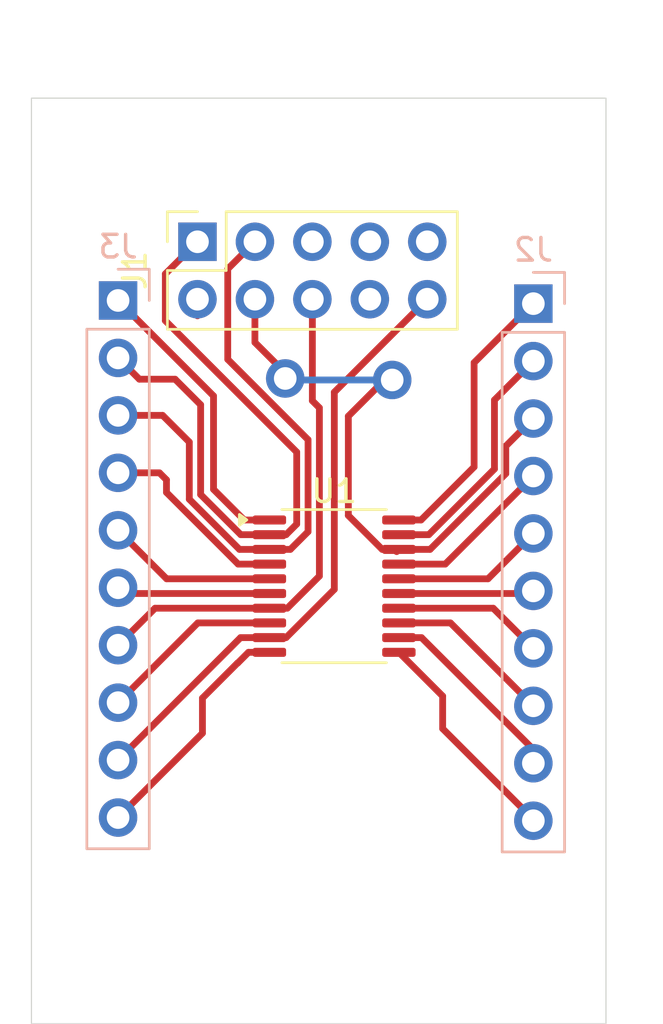
<source format=kicad_pcb>
(kicad_pcb (version 20241229) (generator "pcbnew") (generator_version "9.0")
  (layers (0 "F.Cu" signal) (2 "B.Cu" signal) (13 "F.Paste" user) (15 "B.Paste" user) (5 "F.SilkS" user "F.Silkscreen") (7 "B.SilkS" user "B.Silkscreen") (1 "F.Mask" user) (3 "B.Mask" user) (25 "Edge.Cuts" user))
  (net 0 "")
  (net 2 "/SWCLK_linker")
  (net 3 "/3V3_linker")
  (net 5 "/SWDIO_linker")
  (net 7 "/5V_linker")
  (net 8 "GND")
  (net 9 "/PC1")
  (net 10 "/PC2")
  (net 11 "/PD3")
  (net 12 "/PC6")
  (net 13 "/PC3")
  (net 14 "/PC4")
  (net 15 "/PD2")
  (net 16 "/PC5")
  (net 17 "/PC7")
  (net 18 "/PD6")
  (net 19 "/PD7")
  (net 20 "/PA2")
  (net 21 "/PD4")
  (net 22 "/PA1")
  (net 23 "/PD5")
  (net 24 "/PD0")
  (net 25 "/PC0")
  (footprint "Connector_PinSocket_2.54mm:PinSocket_2x05_P2.54mm_Vertical" (layer "F.Cu") (at 39.82 36.42 90)
    (property "Reference" "J1" (at -1.27 -2.77 90) (layer "F.SilkS"))
    (property "Value" "Conn_02x05_Counter_Clockwise")
    (fp_line (start 1.33 -1.33) (end 1.33 0) (stroke (width 0.12)) (layer "F.SilkS"))
    (fp_line (start 0 -1.33) (end 1.33 -1.33) (stroke (width 0.12)) (layer "F.SilkS"))
    (fp_line (start -1.27 -1.33) (end -1.27 1.27) (stroke (width 0.12)) (layer "F.SilkS"))
    (fp_line (start -3.87 -1.33) (end -1.27 -1.33) (stroke (width 0.12)) (layer "F.SilkS"))
    (fp_line (start -3.87 -1.33) (end -3.87 11.49) (stroke (width 0.12)) (layer "F.SilkS"))
    (fp_line (start 1.33 1.27) (end 1.33 11.49) (stroke (width 0.12)) (layer "F.SilkS"))
    (fp_line (start -1.27 1.27) (end 1.33 1.27) (stroke (width 0.12)) (layer "F.SilkS"))
    (fp_line (start -3.87 11.49) (end 1.33 11.49) (stroke (width 0.12)) (layer "F.SilkS"))
    (pad "1" thru_hole rect (at 0 0 90) (size 1.7 1.7) (drill 1) (layers "*.Cu" "*.Mask") (net 23 "/PD5"))
    (pad "2" thru_hole circle (at -2.54 0 90) (size 1.7 1.7) (drill 1) (layers "*.Cu" "*.Mask") (net 2 "/SWCLK_linker"))
    (pad "3" thru_hole circle (at 0 2.54 90) (size 1.7 1.7) (drill 1) (layers "*.Cu" "*.Mask") (net 18 "/PD6"))
    (pad "4" thru_hole circle (at -2.54 2.54 90) (size 1.7 1.7) (drill 1) (layers "*.Cu" "*.Mask") (net 5 "/SWDIO_linker"))
    (pad "5" thru_hole circle (at 0 5.08 90) (size 1.7 1.7) (drill 1) (layers "*.Cu" "*.Mask"))
    (pad "6" thru_hole circle (at -2.54 5.08 90) (size 1.7 1.7) (drill 1) (layers "*.Cu" "*.Mask") (net 8 "GND"))
    (pad "7" thru_hole circle (at 0 7.62 90) (size 1.7 1.7) (drill 1) (layers "*.Cu" "*.Mask"))
    (pad "8" thru_hole circle (at -2.54 7.62 90) (size 1.7 1.7) (drill 1) (layers "*.Cu" "*.Mask") (net 3 "/3V3_linker"))
    (pad "9" thru_hole circle (at 0 10.16 90) (size 1.7 1.7) (drill 1) (layers "*.Cu" "*.Mask"))
    (pad "10" thru_hole circle (at -2.54 10.16 90) (size 1.7 1.7) (drill 1) (layers "*.Cu" "*.Mask") (net 7 "/5V_linker"))
  )
  (footprint "Package_SO:TSSOP-20_4.4x6.5mm_P0.65mm" (layer "F.Cu") (at 45.8625 51.645)
    (property "Reference" "U1" (at 0 -4.2 0) (layer "F.SilkS"))
    (property "Value" "CH32V003FxPx")
    (fp_line (start -2.31 -3.385) (end 2.31 -3.385) (stroke (width 0.12)) (layer "F.SilkS"))
    (fp_line (start 2.31 3.385) (end -2.31 3.385) (stroke (width 0.12)) (layer "F.SilkS"))
    (fp_poly (pts (xy -3.86 -2.93) (xy -4.19 -2.69) (xy -4.19 -3.17)) (stroke (width 0.12)) (fill yes) (layer "F.SilkS"))
    (pad "1" smd roundrect (at -2.8625 -2.925) (size 1.475 0.4) (layers "F.Cu" "F.Mask" "F.Paste") (net 21 "/PD4"))
    (pad "2" smd roundrect (at -2.8625 -2.275) (size 1.475 0.4) (layers "F.Cu" "F.Mask" "F.Paste") (net 23 "/PD5"))
    (pad "3" smd roundrect (at -2.8625 -1.625) (size 1.475 0.4) (layers "F.Cu" "F.Mask" "F.Paste") (net 18 "/PD6"))
    (pad "4" smd roundrect (at -2.8625 -0.975) (size 1.475 0.4) (layers "F.Cu" "F.Mask" "F.Paste") (net 19 "/PD7"))
    (pad "5" smd roundrect (at -2.8625 -0.325) (size 1.475 0.4) (layers "F.Cu" "F.Mask" "F.Paste") (net 22 "/PA1"))
    (pad "6" smd roundrect (at -2.8625 0.325) (size 1.475 0.4) (layers "F.Cu" "F.Mask" "F.Paste") (net 20 "/PA2"))
    (pad "7" smd roundrect (at -2.8625 0.975) (size 1.475 0.4) (layers "F.Cu" "F.Mask" "F.Paste") (net 8 "GND"))
    (pad "8" smd roundrect (at -2.8625 1.625) (size 1.475 0.4) (layers "F.Cu" "F.Mask" "F.Paste") (net 24 "/PD0"))
    (pad "9" smd roundrect (at -2.8625 2.275) (size 1.475 0.4) (layers "F.Cu" "F.Mask" "F.Paste") (net 7 "/5V_linker"))
    (pad "10" smd roundrect (at -2.8625 2.925) (size 1.475 0.4) (layers "F.Cu" "F.Mask" "F.Paste") (net 25 "/PC0"))
    (pad "11" smd roundrect (at 2.8625 2.925) (size 1.475 0.4) (layers "F.Cu" "F.Mask" "F.Paste") (net 9 "/PC1"))
    (pad "12" smd roundrect (at 2.8625 2.275) (size 1.475 0.4) (layers "F.Cu" "F.Mask" "F.Paste") (net 10 "/PC2"))
    (pad "13" smd roundrect (at 2.8625 1.625) (size 1.475 0.4) (layers "F.Cu" "F.Mask" "F.Paste") (net 13 "/PC3"))
    (pad "14" smd roundrect (at 2.8625 0.975) (size 1.475 0.4) (layers "F.Cu" "F.Mask" "F.Paste") (net 14 "/PC4"))
    (pad "15" smd roundrect (at 2.8625 0.325) (size 1.475 0.4) (layers "F.Cu" "F.Mask" "F.Paste") (net 16 "/PC5"))
    (pad "16" smd roundrect (at 2.8625 -0.325) (size 1.475 0.4) (layers "F.Cu" "F.Mask" "F.Paste") (net 12 "/PC6"))
    (pad "17" smd roundrect (at 2.8625 -0.975) (size 1.475 0.4) (layers "F.Cu" "F.Mask" "F.Paste") (net 17 "/PC7"))
    (pad "18" smd roundrect (at 2.8625 -1.625) (size 1.475 0.4) (layers "F.Cu" "F.Mask" "F.Paste") (net 5 "/SWDIO_linker"))
    (pad "19" smd roundrect (at 2.8625 -2.275) (size 1.475 0.4) (layers "F.Cu" "F.Mask" "F.Paste") (net 15 "/PD2"))
    (pad "20" smd roundrect (at 2.8625 -2.925) (size 1.475 0.4) (layers "F.Cu" "F.Mask" "F.Paste") (net 11 "/PD3"))
  )
  (footprint "Connector_PinHeader_2.54mm:PinHeader_1x10_P2.54mm_Vertical" (layer "B.Cu") (at 36.31 39.015 180)
    (property "Reference" "J3" (at 0 2.38 0) (layer "B.SilkS") (effects (justify mirror)))
    (property "Value" "Left_Conector")
    (fp_line (start 1.38 -1.27) (end 1.38 -24.24) (stroke (width 0.12)) (layer "B.SilkS"))
    (fp_line (start -1.38 1.38) (end 0 1.38) (stroke (width 0.12)) (layer "B.SilkS"))
    (fp_line (start -1.38 0) (end -1.38 1.38) (stroke (width 0.12)) (layer "B.SilkS"))
    (fp_line (start -1.38 -1.27) (end 1.38 -1.27) (stroke (width 0.12)) (layer "B.SilkS"))
    (fp_line (start -1.38 -1.27) (end -1.38 -24.24) (stroke (width 0.12)) (layer "B.SilkS"))
    (fp_line (start -1.38 -24.24) (end 1.38 -24.24) (stroke (width 0.12)) (layer "B.SilkS"))
    (pad "1" thru_hole rect (at 0 0 180) (size 1.7 1.7) (drill 1) (layers "*.Cu" "*.Mask") (net 21 "/PD4"))
    (pad "2" thru_hole circle (at 0 -2.54 180) (size 1.7 1.7) (drill 1) (layers "*.Cu" "*.Mask") (net 23 "/PD5"))
    (pad "3" thru_hole circle (at 0 -5.08 180) (size 1.7 1.7) (drill 1) (layers "*.Cu" "*.Mask") (net 18 "/PD6"))
    (pad "4" thru_hole circle (at 0 -7.62 180) (size 1.7 1.7) (drill 1) (layers "*.Cu" "*.Mask") (net 19 "/PD7"))
    (pad "5" thru_hole circle (at 0 -10.16 180) (size 1.7 1.7) (drill 1) (layers "*.Cu" "*.Mask") (net 22 "/PA1"))
    (pad "6" thru_hole circle (at 0 -12.7 180) (size 1.7 1.7) (drill 1) (layers "*.Cu" "*.Mask") (net 20 "/PA2"))
    (pad "7" thru_hole circle (at 0 -15.24 180) (size 1.7 1.7) (drill 1) (layers "*.Cu" "*.Mask") (net 8 "GND"))
    (pad "8" thru_hole circle (at 0 -17.78 180) (size 1.7 1.7) (drill 1) (layers "*.Cu" "*.Mask") (net 24 "/PD0"))
    (pad "9" thru_hole circle (at 0 -20.32 180) (size 1.7 1.7) (drill 1) (layers "*.Cu" "*.Mask") (net 7 "/5V_linker"))
    (pad "10" thru_hole circle (at 0 -22.86 180) (size 1.7 1.7) (drill 1) (layers "*.Cu" "*.Mask") (net 25 "/PC0"))
  )
  (footprint "Connector_PinHeader_2.54mm:PinHeader_1x10_P2.54mm_Vertical" (layer "B.Cu") (at 54.67 39.155 180)
    (property "Reference" "J2" (at 0 2.38 0) (layer "B.SilkS") (effects (justify mirror)))
    (property "Value" "Right_Conector")
    (fp_line (start 1.38 -1.27) (end 1.38 -24.24) (stroke (width 0.12)) (layer "B.SilkS"))
    (fp_line (start -1.38 1.38) (end 0 1.38) (stroke (width 0.12)) (layer "B.SilkS"))
    (fp_line (start -1.38 0) (end -1.38 1.38) (stroke (width 0.12)) (layer "B.SilkS"))
    (fp_line (start -1.38 -1.27) (end 1.38 -1.27) (stroke (width 0.12)) (layer "B.SilkS"))
    (fp_line (start -1.38 -1.27) (end -1.38 -24.24) (stroke (width 0.12)) (layer "B.SilkS"))
    (fp_line (start -1.38 -24.24) (end 1.38 -24.24) (stroke (width 0.12)) (layer "B.SilkS"))
    (pad "1" thru_hole rect (at 0 0 180) (size 1.7 1.7) (drill 1) (layers "*.Cu" "*.Mask") (net 11 "/PD3"))
    (pad "2" thru_hole circle (at 0 -2.54 180) (size 1.7 1.7) (drill 1) (layers "*.Cu" "*.Mask") (net 15 "/PD2"))
    (pad "3" thru_hole circle (at 0 -5.08 180) (size 1.7 1.7) (drill 1) (layers "*.Cu" "*.Mask") (net 5 "/SWDIO_linker"))
    (pad "4" thru_hole circle (at 0 -7.62 180) (size 1.7 1.7) (drill 1) (layers "*.Cu" "*.Mask") (net 17 "/PC7"))
    (pad "5" thru_hole circle (at 0 -10.16 180) (size 1.7 1.7) (drill 1) (layers "*.Cu" "*.Mask") (net 12 "/PC6"))
    (pad "6" thru_hole circle (at 0 -12.7 180) (size 1.7 1.7) (drill 1) (layers "*.Cu" "*.Mask") (net 16 "/PC5"))
    (pad "7" thru_hole circle (at 0 -15.24 180) (size 1.7 1.7) (drill 1) (layers "*.Cu" "*.Mask") (net 14 "/PC4"))
    (pad "8" thru_hole circle (at 0 -17.78 180) (size 1.7 1.7) (drill 1) (layers "*.Cu" "*.Mask") (net 13 "/PC3"))
    (pad "9" thru_hole circle (at 0 -20.32 180) (size 1.7 1.7) (drill 1) (layers "*.Cu" "*.Mask") (net 10 "/PC2"))
    (pad "10" thru_hole circle (at 0 -22.86 180) (size 1.7 1.7) (drill 1) (layers "*.Cu" "*.Mask") (net 9 "/PC1"))
  )
  (gr_rect (start 32.48 30.07) (end 57.88 70.99) (stroke (width 0.05)) (fill no) (layer "Edge.Cuts"))
  (segment (start 39.82 39.695) (end 39.82 38.96) (width 0.3) (layer "F.Cu") (net 2))
  (segment (start 46.49 48.522499) (end 47.987501 50.02) (width 0.3) (layer "F.Cu") (net 5))
  (segment (start 48.09 42.53) (end 46.49 44.13) (width 0.3) (layer "F.Cu") (net 5))
  (segment (start 48.43 42.53) (end 48.09 42.53) (width 0.3) (layer "F.Cu") (net 5))
  (segment (start 46.49 44.13) (end 46.49 48.522499) (width 0.3) (layer "F.Cu") (net 5))
  (segment (start 43.7 42.21) (end 42.36 40.87) (width 0.3) (layer "F.Cu") (net 5))
  (segment (start 48.725 50.02) (end 50.103521 50.02) (width 0.3) (layer "F.Cu") (net 5))
  (segment (start 42.36 40.87) (end 42.36 38.96) (width 0.3) (layer "F.Cu") (net 5))
  (segment (start 48.725 50.02) (end 48.626 50.119) (width 0.3) (layer "F.Cu") (net 5))
  (segment (start 53.451 46.67252) (end 53.451 45.454) (width 0.3) (layer "F.Cu") (net 5))
  (segment (start 43.7 42.462945) (end 43.7 42.21) (width 0.3) (layer "F.Cu") (net 5))
  (segment (start 50.103521 50.02) (end 53.451 46.67252) (width 0.3) (layer "F.Cu") (net 5))
  (segment (start 53.451 45.454) (end 54.67 44.235) (width 0.3) (layer "F.Cu") (net 5))
  (segment (start 47.987501 50.02) (end 48.725 50.02) (width 0.3) (layer "F.Cu") (net 5))
  (via (at 48.43 42.53) (size 1.7) (drill 1) (layers "F.Cu" "B.Cu") (net 5))
  (via (at 43.7 42.462945) (size 1.7) (drill 1) (layers "F.Cu" "B.Cu") (net 5))
  (segment (start 44.02 42.53) (end 48.43 42.53) (width 0.3) (layer "B.Cu") (net 5))
  (segment (start 43.952945 42.462945) (end 44.02 42.53) (width 0.3) (layer "B.Cu") (net 5))
  (segment (start 43.7 42.462945) (end 43.952945 42.462945) (width 0.3) (layer "B.Cu") (net 5))
  (segment (start 45.87 51.787499) (end 45.87 43.07) (width 0.3) (layer "F.Cu") (net 7))
  (segment (start 41.725 53.92) (end 36.31 59.335) (width 0.3) (layer "F.Cu") (net 7))
  (segment (start 45.87 43.07) (end 49.98 38.96) (width 0.3) (layer "F.Cu") (net 7))
  (segment (start 43 53.92) (end 43.737499 53.92) (width 0.3) (layer "F.Cu") (net 7))
  (segment (start 43 53.92) (end 41.725 53.92) (width 0.3) (layer "F.Cu") (net 7))
  (segment (start 43.737499 53.92) (end 45.87 51.787499) (width 0.3) (layer "F.Cu") (net 7))
  (segment (start 44.9 43.45) (end 44.9 38.96) (width 0.3) (layer "F.Cu") (net 8))
  (segment (start 43 52.62) (end 37.945 52.62) (width 0.3) (layer "F.Cu") (net 8))
  (segment (start 43.79 52.62) (end 45.21 51.2) (width 0.3) (layer "F.Cu") (net 8))
  (segment (start 43 52.62) (end 43.79 52.62) (width 0.3) (layer "F.Cu") (net 8))
  (segment (start 45.21 43.76) (end 44.9 43.45) (width 0.3) (layer "F.Cu") (net 8))
  (segment (start 45.21 51.2) (end 45.21 43.76) (width 0.3) (layer "F.Cu") (net 8))
  (segment (start 37.945 52.62) (end 36.31 54.255) (width 0.3) (layer "F.Cu") (net 8))
  (segment (start 54.67 61.955) (end 50.66 57.945) (width 0.3) (layer "F.Cu") (net 9))
  (segment (start 54.67 62.015) (end 54.67 61.955) (width 0.3) (layer "F.Cu") (net 9))
  (segment (start 50.66 57.945) (end 50.66 56.505) (width 0.3) (layer "F.Cu") (net 9))
  (segment (start 50.66 56.505) (end 48.725 54.57) (width 0.3) (layer "F.Cu") (net 9))
  (segment (start 54.67 58.865) (end 49.725 53.92) (width 0.3) (layer "F.Cu") (net 10))
  (segment (start 49.725 53.92) (end 48.725 53.92) (width 0.3) (layer "F.Cu") (net 10))
  (segment (start 54.67 59.475) (end 54.67 58.865) (width 0.3) (layer "F.Cu") (net 10))
  (segment (start 54.66 39.155) (end 52.05 41.765) (width 0.3) (layer "F.Cu") (net 11))
  (segment (start 54.67 39.155) (end 54.66 39.155) (width 0.3) (layer "F.Cu") (net 11))
  (segment (start 52.05 46.375) (end 49.705 48.72) (width 0.3) (layer "F.Cu") (net 11))
  (segment (start 52.05 41.765) (end 52.05 46.375) (width 0.3) (layer "F.Cu") (net 11))
  (segment (start 54.67 39.555) (end 54.67 39.155) (width 0.3) (layer "F.Cu") (net 11))
  (segment (start 49.705 48.72) (end 48.725 48.72) (width 0.3) (layer "F.Cu") (net 11))
  (segment (start 54.67 49.315) (end 52.665 51.32) (width 0.3) (layer "F.Cu") (net 12))
  (segment (start 52.665 51.32) (end 48.725 51.32) (width 0.3) (layer "F.Cu") (net 12))
  (segment (start 54.67 56.935) (end 51.005 53.27) (width 0.3) (layer "F.Cu") (net 13))
  (segment (start 51.005 53.27) (end 48.725 53.27) (width 0.3) (layer "F.Cu") (net 13))
  (segment (start 54.67 54.395) (end 52.895 52.62) (width 0.3) (layer "F.Cu") (net 14))
  (segment (start 52.895 52.62) (end 48.725 52.62) (width 0.3) (layer "F.Cu") (net 14))
  (segment (start 54.67 41.695) (end 52.95 43.415) (width 0.3) (layer "F.Cu") (net 15))
  (segment (start 50.045 49.37) (end 48.725 49.37) (width 0.3) (layer "F.Cu") (net 15))
  (segment (start 52.95 46.465) (end 50.045 49.37) (width 0.3) (layer "F.Cu") (net 15))
  (segment (start 52.95 43.415) (end 52.95 46.465) (width 0.3) (layer "F.Cu") (net 15))
  (segment (start 54.67 51.855) (end 54.555 51.97) (width 0.3) (layer "F.Cu") (net 16))
  (segment (start 54.555 51.97) (end 48.725 51.97) (width 0.3) (layer "F.Cu") (net 16))
  (segment (start 54.67 46.775) (end 50.775 50.67) (width 0.3) (layer "F.Cu") (net 17))
  (segment (start 50.775 50.67) (end 48.725 50.67) (width 0.3) (layer "F.Cu") (net 17))
  (segment (start 41.159 37.621) (end 41.159 41.619) (width 0.3) (layer "F.Cu") (net 18))
  (segment (start 39.459 45.274) (end 39.459 47.80252) (width 0.3) (layer "F.Cu") (net 18))
  (segment (start 41.159 41.619) (end 44.709 45.169) (width 0.3) (layer "F.Cu") (net 18))
  (segment (start 42.36 36.42) (end 41.159 37.621) (width 0.3) (layer "F.Cu") (net 18))
  (segment (start 38.28 44.095) (end 39.459 45.274) (width 0.3) (layer "F.Cu") (net 18))
  (segment (start 44.709 45.169) (end 44.709 49.237082) (width 0.3) (layer "F.Cu") (net 18))
  (segment (start 43.926082 50.02) (end 43 50.02) (width 0.3) (layer "F.Cu") (net 18))
  (segment (start 41.67648 50.02) (end 43 50.02) (width 0.3) (layer "F.Cu") (net 18))
  (segment (start 36.31 44.095) (end 38.28 44.095) (width 0.3) (layer "F.Cu") (net 18))
  (segment (start 44.709 49.237082) (end 43.926082 50.02) (width 0.3) (layer "F.Cu") (net 18))
  (segment (start 39.459 47.80252) (end 41.67648 50.02) (width 0.3) (layer "F.Cu") (net 18))
  (segment (start 43 50.67) (end 41.61796 50.67) (width 0.3) (layer "F.Cu") (net 19))
  (segment (start 38.14 46.635) (end 36.31 46.635) (width 0.3) (layer "F.Cu") (net 19))
  (segment (start 41.61796 50.67) (end 38.45 47.50204) (width 0.3) (layer "F.Cu") (net 19))
  (segment (start 38.45 47.50204) (end 38.45 46.945) (width 0.3) (layer "F.Cu") (net 19))
  (segment (start 38.45 46.945) (end 38.14 46.635) (width 0.3) (layer "F.Cu") (net 19))
  (segment (start 36.565 51.97) (end 36.31 51.715) (width 0.3) (layer "F.Cu") (net 20))
  (segment (start 43 51.97) (end 36.565 51.97) (width 0.3) (layer "F.Cu") (net 20))
  (segment (start 43 48.72) (end 41.885 48.72) (width 0.3) (layer "F.Cu") (net 21))
  (segment (start 41.885 48.72) (end 40.53 47.365) (width 0.3) (layer "F.Cu") (net 21))
  (segment (start 40.53 43.235) (end 36.31 39.015) (width 0.3) (layer "F.Cu") (net 21))
  (segment (start 40.53 47.365) (end 40.53 43.235) (width 0.3) (layer "F.Cu") (net 21))
  (segment (start 36.31 49.175) (end 38.455 51.32) (width 0.3) (layer "F.Cu") (net 22))
  (segment (start 38.455 51.32) (end 43 51.32) (width 0.3) (layer "F.Cu") (net 22))
  (segment (start 39.96 47.595) (end 41.735 49.37) (width 0.3) (layer "F.Cu") (net 23))
  (segment (start 44.208 45.718) (end 38.4 39.91) (width 0.3) (layer "F.Cu") (net 23))
  (segment (start 41.735 49.37) (end 43 49.37) (width 0.3) (layer "F.Cu") (net 23))
  (segment (start 38.4 39.91) (end 38.4 37.84) (width 0.3) (layer "F.Cu") (net 23))
  (segment (start 37.25 42.495) (end 38.83 42.495) (width 0.3) (layer "F.Cu") (net 23))
  (segment (start 43 49.37) (end 43.737499 49.37) (width 0.3) (layer "F.Cu") (net 23))
  (segment (start 44.208 48.899499) (end 44.208 45.718) (width 0.3) (layer "F.Cu") (net 23))
  (segment (start 39.96 43.625) (end 39.96 47.595) (width 0.3) (layer "F.Cu") (net 23))
  (segment (start 38.83 42.495) (end 39.96 43.625) (width 0.3) (layer "F.Cu") (net 23))
  (segment (start 43.737499 49.37) (end 44.208 48.899499) (width 0.3) (layer "F.Cu") (net 23))
  (segment (start 38.4 37.84) (end 39.82 36.42) (width 0.3) (layer "F.Cu") (net 23))
  (segment (start 36.31 41.555) (end 37.25 42.495) (width 0.3) (layer "F.Cu") (net 23))
  (segment (start 36.31 56.795) (end 39.835 53.27) (width 0.3) (layer "F.Cu") (net 24))
  (segment (start 39.835 53.27) (end 43 53.27) (width 0.3) (layer "F.Cu") (net 24))
  (segment (start 40.04 56.595) (end 41.59 55.045) (width 0.3) (layer "F.Cu") (net 25))
  (segment (start 41.59 55.045) (end 41.6 55.045) (width 0.3) (layer "F.Cu") (net 25))
  (segment (start 36.31 61.875) (end 40.04 58.145) (width 0.3) (layer "F.Cu") (net 25))
  (segment (start 40.04 58.145) (end 40.04 56.595) (width 0.3) (layer "F.Cu") (net 25))
  (segment (start 41.6 55.045) (end 42.075 54.57) (width 0.3) (layer "F.Cu") (net 25))
  (segment (start 42.075 54.57) (end 43 54.57) (width 0.3) (layer "F.Cu") (net 25))
)
</source>
